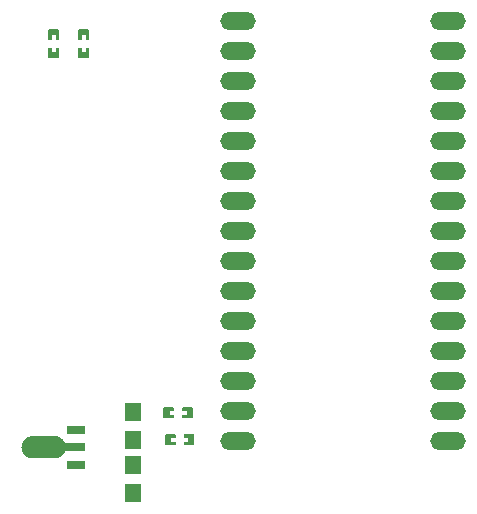
<source format=gtp>
G04 Layer: TopPasteMaskLayer*
G04 EasyEDA v6.5.51, 2025-09-08 19:21:40*
G04 d3bb8f252c9f4849ab45821a22fd5e0f,1706e92ce9fe400092762f31ba6d8469,10*
G04 Gerber Generator version 0.2*
G04 Scale: 100 percent, Rotated: No, Reflected: No *
G04 Dimensions in millimeters *
G04 leading zeros omitted , absolute positions ,4 integer and 5 decimal *
%FSLAX45Y45*%
%MOMM*%

%AMMACRO1*21,1,$1,$2,0,0,$3*%
%ADD10R,1.3589X1.5000*%
%ADD11O,2.999994X1.524*%
%ADD12MACRO1,0.6721X1.5751X90.0000*%
%ADD13C,0.0128*%

%LPD*%
G36*
X1750720Y8290610D02*
G01*
X1745691Y8285581D01*
X1745691Y8205622D01*
X1750720Y8200593D01*
X1773478Y8200593D01*
X1773478Y8237626D01*
X1806498Y8237626D01*
X1806498Y8200593D01*
X1830679Y8200593D01*
X1835708Y8205622D01*
X1835708Y8285581D01*
X1830679Y8290610D01*
G37*
G36*
X1750720Y8131606D02*
G01*
X1745691Y8126577D01*
X1745691Y8046618D01*
X1750720Y8041589D01*
X1830679Y8041589D01*
X1835708Y8046618D01*
X1835708Y8126577D01*
X1830679Y8131606D01*
X1807921Y8131606D01*
X1807921Y8094573D01*
X1774901Y8094573D01*
X1774901Y8131606D01*
G37*
G36*
X2004720Y8131606D02*
G01*
X1999691Y8126577D01*
X1999691Y8046618D01*
X2004720Y8041589D01*
X2084679Y8041589D01*
X2089708Y8046618D01*
X2089708Y8126577D01*
X2084679Y8131606D01*
X2061921Y8131606D01*
X2061921Y8094573D01*
X2028901Y8094573D01*
X2028901Y8131606D01*
G37*
G36*
X2004720Y8290610D02*
G01*
X1999691Y8285581D01*
X1999691Y8205622D01*
X2004720Y8200593D01*
X2027478Y8200593D01*
X2027478Y8237626D01*
X2060498Y8237626D01*
X2060498Y8200593D01*
X2084679Y8200593D01*
X2089708Y8205622D01*
X2089708Y8285581D01*
X2084679Y8290610D01*
G37*
G36*
X2884322Y5086908D02*
G01*
X2879293Y5081879D01*
X2879293Y5059121D01*
X2916275Y5059121D01*
X2916275Y5026101D01*
X2879293Y5026101D01*
X2879293Y5001920D01*
X2884322Y4996891D01*
X2964281Y4996891D01*
X2969310Y5001920D01*
X2969310Y5081879D01*
X2964281Y5086908D01*
G37*
G36*
X2725318Y5086908D02*
G01*
X2720289Y5081879D01*
X2720289Y5001920D01*
X2725318Y4996891D01*
X2805277Y4996891D01*
X2810306Y5001920D01*
X2810306Y5024678D01*
X2773324Y5024678D01*
X2773324Y5057698D01*
X2810306Y5057698D01*
X2810306Y5081879D01*
X2805277Y5086908D01*
G37*
G36*
X2738018Y4858308D02*
G01*
X2732989Y4853279D01*
X2732989Y4773320D01*
X2738018Y4768291D01*
X2817977Y4768291D01*
X2823006Y4773320D01*
X2823006Y4796078D01*
X2786024Y4796078D01*
X2786024Y4829098D01*
X2823006Y4829098D01*
X2823006Y4853279D01*
X2817977Y4858308D01*
G37*
G36*
X2897022Y4858308D02*
G01*
X2891993Y4853279D01*
X2891993Y4830521D01*
X2928975Y4830521D01*
X2928975Y4797501D01*
X2891993Y4797501D01*
X2891993Y4773320D01*
X2897022Y4768291D01*
X2976981Y4768291D01*
X2982010Y4773320D01*
X2982010Y4853279D01*
X2976981Y4858308D01*
G37*
D10*
G01*
X2463800Y5047589D03*
G01*
X2463800Y4807610D03*
G01*
X2463800Y4363110D03*
G01*
X2463800Y4603089D03*
D11*
G01*
X5130800Y8356600D03*
G01*
X5130800Y8102600D03*
G01*
X5130800Y7848600D03*
G01*
X5130800Y7594600D03*
G01*
X5130800Y7340600D03*
G01*
X5130800Y7086600D03*
G01*
X5130800Y6832600D03*
G01*
X5130800Y6578600D03*
G01*
X5130800Y6324600D03*
G01*
X5130800Y6070600D03*
G01*
X5130800Y5816600D03*
G01*
X5130800Y5562600D03*
G01*
X5130800Y5308600D03*
G01*
X5130800Y5054600D03*
G01*
X5130800Y4800600D03*
G01*
X3352800Y4800600D03*
G01*
X3352800Y5054600D03*
G01*
X3352800Y5308600D03*
G01*
X3352800Y5562600D03*
G01*
X3352800Y5816600D03*
G01*
X3352800Y6070600D03*
G01*
X3352800Y6324600D03*
G01*
X3352800Y6578600D03*
G01*
X3352800Y6832600D03*
G01*
X3352800Y7086600D03*
G01*
X3352800Y7340600D03*
G01*
X3352800Y7594600D03*
G01*
X3352800Y7848600D03*
G01*
X3352800Y8102600D03*
G01*
X3352800Y8356600D03*
D12*
G01*
X1977123Y4599813D03*
G01*
X1977123Y4899812D03*
G36*
X1798599Y4844770D02*
G01*
X1803044Y4844669D01*
X1807489Y4844364D01*
X1811909Y4843830D01*
X1816303Y4843119D01*
X1820671Y4842179D01*
X1824964Y4841036D01*
X1829231Y4839715D01*
X1833397Y4838166D01*
X1837512Y4836439D01*
X1841525Y4834534D01*
X1845462Y4832426D01*
X1849272Y4830140D01*
X1852980Y4827676D01*
X1856587Y4825034D01*
X1860042Y4822240D01*
X1863369Y4819269D01*
X1866569Y4816170D01*
X1869592Y4812893D01*
X1872487Y4809515D01*
X1875205Y4805984D01*
X1877745Y4802327D01*
X1880107Y4798568D01*
X1882317Y4794681D01*
X1884324Y4790719D01*
X1886153Y4782794D01*
X2055875Y4782794D01*
X2055875Y4716779D01*
X1886153Y4716779D01*
X1884324Y4708855D01*
X1882317Y4704867D01*
X1880107Y4701006D01*
X1877745Y4697221D01*
X1875205Y4693589D01*
X1872487Y4690059D01*
X1869592Y4686655D01*
X1866569Y4683404D01*
X1863369Y4680280D01*
X1860042Y4677333D01*
X1856587Y4674514D01*
X1852980Y4671898D01*
X1849272Y4669434D01*
X1845462Y4667148D01*
X1841525Y4665040D01*
X1837512Y4663109D01*
X1833397Y4661382D01*
X1829231Y4659858D01*
X1824964Y4658512D01*
X1820671Y4657369D01*
X1816303Y4656454D01*
X1811909Y4655718D01*
X1807489Y4655210D01*
X1803044Y4654880D01*
X1798599Y4654778D01*
X1613179Y4654778D01*
X1608734Y4654880D01*
X1604289Y4655210D01*
X1599869Y4655718D01*
X1595475Y4656454D01*
X1591106Y4657369D01*
X1586814Y4658512D01*
X1582546Y4659858D01*
X1578381Y4661382D01*
X1574266Y4663109D01*
X1570253Y4665040D01*
X1566316Y4667148D01*
X1562506Y4669434D01*
X1558797Y4671898D01*
X1555191Y4674514D01*
X1551736Y4677333D01*
X1548409Y4680280D01*
X1545234Y4683404D01*
X1542186Y4686655D01*
X1539316Y4690059D01*
X1536598Y4693589D01*
X1534032Y4697221D01*
X1531670Y4701006D01*
X1529461Y4704867D01*
X1527454Y4708855D01*
X1525625Y4712919D01*
X1524000Y4717059D01*
X1522552Y4721275D01*
X1521332Y4725543D01*
X1520291Y4729886D01*
X1519453Y4734255D01*
X1518843Y4738674D01*
X1518412Y4743094D01*
X1518208Y4747564D01*
X1518208Y4752009D01*
X1518412Y4756454D01*
X1518843Y4760899D01*
X1519453Y4765294D01*
X1520291Y4769688D01*
X1521332Y4774006D01*
X1522552Y4778298D01*
X1524000Y4782515D01*
X1525625Y4786655D01*
X1527454Y4790719D01*
X1529461Y4794681D01*
X1531670Y4798568D01*
X1534032Y4802327D01*
X1536598Y4805984D01*
X1539316Y4809515D01*
X1542186Y4812893D01*
X1545234Y4816170D01*
X1548409Y4819269D01*
X1551736Y4822240D01*
X1555191Y4825034D01*
X1558797Y4827676D01*
X1562506Y4830140D01*
X1566316Y4832426D01*
X1570253Y4834534D01*
X1574266Y4836439D01*
X1578381Y4838166D01*
X1582546Y4839715D01*
X1586814Y4841036D01*
X1591106Y4842179D01*
X1595475Y4843119D01*
X1599869Y4843830D01*
X1604289Y4844364D01*
X1608734Y4844669D01*
X1613179Y4844770D01*
G37*
M02*

</source>
